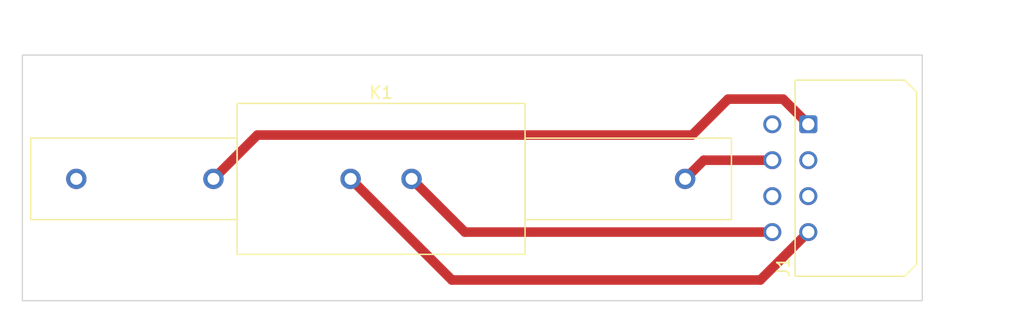
<source format=kicad_pcb>
(kicad_pcb (version 20221018) (generator pcbnew)
  (title_block (title "Discharge Relay Breakout PCB") (date "01/01/2022") (rev "1.0.2") (company "SUFST") (comment 1 "STAG 9") (comment 3 "Marek Frodyma"))
  (layers (0 "F.Cu" signal) (31 "B.Cu" signal) (34 "B.Paste" user) (35 "F.Paste" user) (36 "B.SilkS" user "B.Silkscreen") (37 "F.SilkS" user "F.Silkscreen") (38 "B.Mask" user) (39 "F.Mask" user) (44 "Edge.Cuts" user))
  (net 0 "")
  (net 2 "Net-(J1-Pad1)")
  (net 3 "Net-(J1-Pad4)")
  (net 4 "Net-(J1-Pad6)")
  (net 5 "Net-(J1-Pad8)")
  (footprint "MountingHole:MountingHole_3.2mm_M3" (layer "F.Cu") (at 144.6 89.8)
    (fp_text reference "REF**" hide)
    (fp_text value "MountingHole_3.2mm_M3")
    (pad "" np_thru_hole circle (at 0 0) (size 3.2 3.2) (drill 3.2) (layers "*.Cu" "*.Mask"))
  )
  (footprint "SUFST:Molex_Micro-Fit_3.0_43045-0800_2x04_P3.00mm_Horizontal" (layer "F.Cu") (at 202.485 78.5 -90)
    (fp_text reference "J1" (at 11.924 2.079 -90) (layer "F.SilkS"))
    (fp_text value "Conn_01x08")
    (fp_line (start -3.685 -8.03) (end -2.685 -9.03) (stroke (width 0.12)) (layer "F.SilkS"))
    (fp_line (start -3.685 1.1) (end -3.685 -8.03) (stroke (width 0.12)) (layer "F.SilkS"))
    (fp_line (start -2.685 -9.03) (end 11.685 -9.03) (stroke (width 0.12)) (layer "F.SilkS"))
    (fp_line (start 11.685 -9.03) (end 12.685 -8.03) (stroke (width 0.12)) (layer "F.SilkS"))
    (fp_line (start 12.685 -8.03) (end 12.685 1.1) (stroke (width 0.12)) (layer "F.SilkS"))
    (fp_line (start 12.685 1.1) (end -3.685 1.1) (stroke (width 0.12)) (layer "F.SilkS"))
    (pad "" np_thru_hole circle (at 2.16 -4.32 270) (size 3 3) (drill 3) (layers "*.Cu" "*.Mask"))
    (pad "" np_thru_hole circle (at 6.86 -4.32 270) (size 3 3) (drill 3) (layers "*.Cu" "*.Mask"))
    (pad "1" thru_hole roundrect (at 0 0 270) (size 1.5 1.5) (drill 1.02) (layers "*.Cu" "*.Mask") (roundrect_rratio 0.166667) (net 2 "Net-(J1-Pad1)"))
    (pad "2" thru_hole circle (at 3 0 270) (size 1.5 1.5) (drill 1.02) (layers "*.Cu" "*.Mask"))
    (pad "3" thru_hole circle (at 6 0 270) (size 1.5 1.5) (drill 1.02) (layers "*.Cu" "*.Mask"))
    (pad "4" thru_hole circle (at 9 0 270) (size 1.5 1.5) (drill 1.02) (layers "*.Cu" "*.Mask") (net 3 "Net-(J1-Pad4)"))
    (pad "5" thru_hole circle (at 0 3 270) (size 1.5 1.5) (drill 1.02) (layers "*.Cu" "*.Mask"))
    (pad "6" thru_hole circle (at 3 3 270) (size 1.5 1.5) (drill 1.02) (layers "*.Cu" "*.Mask") (net 4 "Net-(J1-Pad6)"))
    (pad "7" thru_hole circle (at 6 3 270) (size 1.5 1.5) (drill 1.02) (layers "*.Cu" "*.Mask"))
    (pad "8" thru_hole circle (at 9 3 270) (size 1.5 1.5) (drill 1.02) (layers "*.Cu" "*.Mask") (net 5 "Net-(J1-Pad8)"))
  )
  (footprint "SUFST:pickering-67-1-c" (layer "F.Cu") (at 166.878 83.058)
    (fp_text reference "K1" (at 0 -7.2 unlocked) (layer "F.SilkS"))
    (fp_text value "SPDT")
    (fp_rect (start -29.2 -3.4) (end -12 3.4) (stroke (width 0.12)) (fill none) (layer "F.SilkS"))
    (fp_rect (start -12 -6.3) (end 12 6.3) (stroke (width 0.12)) (fill none) (layer "F.SilkS"))
    (fp_rect (start 12 -3.4) (end 29.2 3.4) (stroke (width 0.12)) (fill none) (layer "F.SilkS"))
    (pad "1" thru_hole circle (at -25.4 0) (size 1.7 1.7) (drill 1) (layers "*.Cu" "*.Mask"))
    (pad "2" thru_hole circle (at -13.97 0) (size 1.7 1.7) (drill 1) (layers "*.Cu" "*.Mask") (net 2 "Net-(J1-Pad1)"))
    (pad "3" thru_hole circle (at -2.54 0) (size 1.7 1.7) (drill 1) (layers "*.Cu" "*.Mask") (net 3 "Net-(J1-Pad4)"))
    (pad "5" thru_hole circle (at 2.54 0) (size 1.7 1.7) (drill 1) (layers "*.Cu" "*.Mask") (net 5 "Net-(J1-Pad8)"))
    (pad "7" thru_hole circle (at 25.34 0) (size 1.7 1.7) (drill 1) (layers "*.Cu" "*.Mask") (net 4 "Net-(J1-Pad6)"))
  )
  (footprint "MountingHole:MountingHole_3.2mm_M3" (layer "F.Cu") (at 189 76.2)
    (fp_text reference "REF**" hide)
    (fp_text value "MountingHole_3.2mm_M3")
    (pad "" np_thru_hole circle (at 0 0) (size 3.2 3.2) (drill 3.2) (layers "*.Cu" "*.Mask"))
  )
  (gr_rect (start 136.985 72.725) (end 211.985 93.225) (stroke (width 0.1)) (fill none) (layer "Edge.Cuts"))
  (segment (start 195.8 76.4) (end 192.8 79.4) (width 0.8) (layer "F.Cu") (net 2))
  (segment (start 192.8 79.4) (end 156.566 79.4) (width 0.8) (layer "F.Cu") (net 2))
  (segment (start 200.385 76.4) (end 195.8 76.4) (width 0.8) (layer "F.Cu") (net 2))
  (segment (start 156.566 79.4) (end 152.908 83.058) (width 0.8) (layer "F.Cu") (net 2))
  (segment (start 202.485 78.5) (end 200.385 76.4) (width 0.8) (layer "F.Cu") (net 2))
  (segment (start 172.78 91.5) (end 164.338 83.058) (width 0.8) (layer "F.Cu") (net 3))
  (segment (start 202.485 87.5) (end 198.485 91.5) (width 0.8) (layer "F.Cu") (net 3))
  (segment (start 198.485 91.5) (end 172.78 91.5) (width 0.8) (layer "F.Cu") (net 3))
  (segment (start 199.485 81.5) (end 193.776 81.5) (width 0.8) (layer "F.Cu") (net 4))
  (segment (start 193.776 81.5) (end 192.218 83.058) (width 0.8) (layer "F.Cu") (net 4))
  (segment (start 173.86 87.5) (end 169.418 83.058) (width 0.8) (layer "F.Cu") (net 5))
  (segment (start 199.485 87.5) (end 173.86 87.5) (width 0.8) (layer "F.Cu") (net 5))
)
</source>
